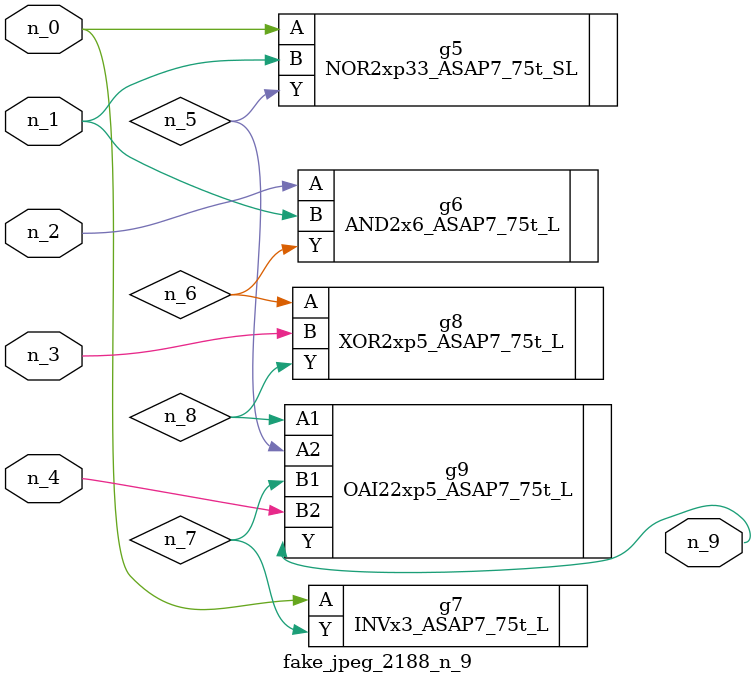
<source format=v>
module fake_jpeg_2188_n_9 (n_3, n_2, n_1, n_0, n_4, n_9);

input n_3;
input n_2;
input n_1;
input n_0;
input n_4;

output n_9;

wire n_8;
wire n_6;
wire n_5;
wire n_7;

NOR2xp33_ASAP7_75t_SL g5 ( 
.A(n_0),
.B(n_1),
.Y(n_5)
);

AND2x6_ASAP7_75t_L g6 ( 
.A(n_2),
.B(n_1),
.Y(n_6)
);

INVx3_ASAP7_75t_L g7 ( 
.A(n_0),
.Y(n_7)
);

XOR2xp5_ASAP7_75t_L g8 ( 
.A(n_6),
.B(n_3),
.Y(n_8)
);

OAI22xp5_ASAP7_75t_L g9 ( 
.A1(n_8),
.A2(n_5),
.B1(n_7),
.B2(n_4),
.Y(n_9)
);


endmodule
</source>
